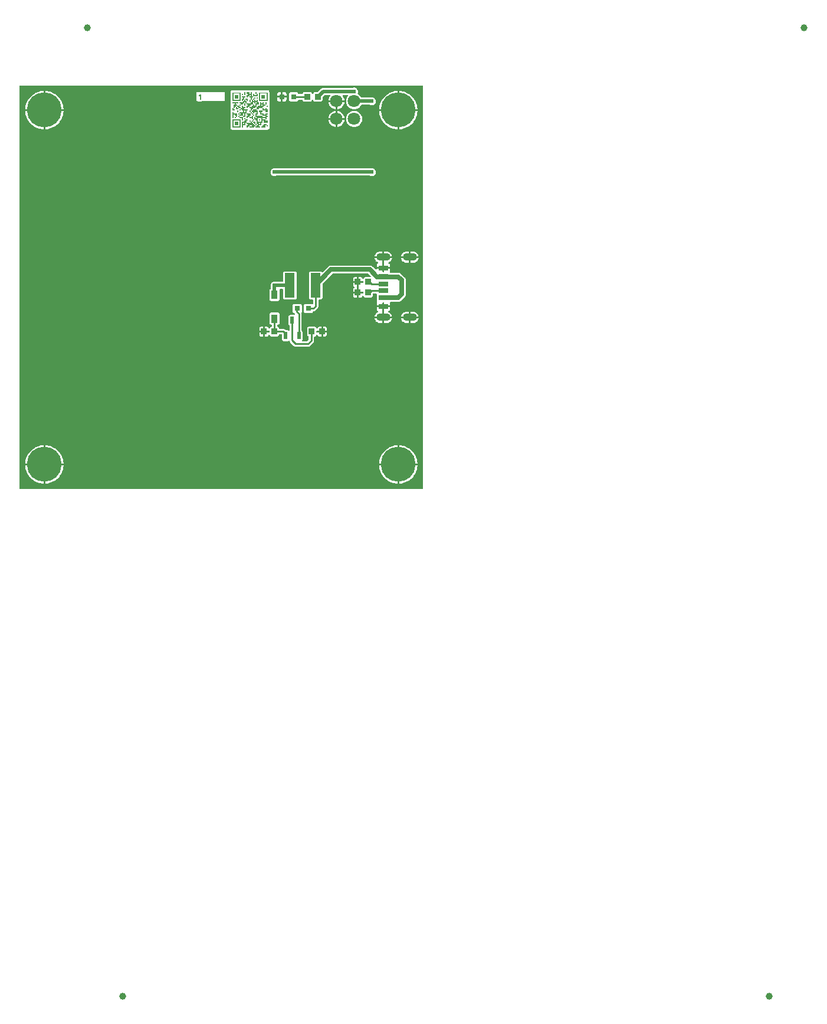
<source format=gtl>
G04 Layer: TopLayer*
G04 Panelize: Stamp Hole, Column: 2, Row: 2, Board Size: 58.42mm x 58.42mm, Panelized Board Size: 122.84mm x 122.84mm*
G04 EasyEDA v6.5.34, 2023-08-01 23:33:27*
G04 8882f614003f49ca997d8dc6e28bf5ec,5a6b42c53f6a479593ecc07194224c93,10*
G04 Gerber Generator version 0.2*
G04 Scale: 100 percent, Rotated: No, Reflected: No *
G04 Dimensions in millimeters *
G04 leading zeros omitted , absolute positions ,4 integer and 5 decimal *
%FSLAX45Y45*%
%MOMM*%

%AMMACRO1*21,1,$1,$2,0,0,$3*%
%ADD10C,0.1524*%
%ADD11C,0.2540*%
%ADD12C,0.6350*%
%ADD13C,0.5000*%
%ADD14R,0.9500X1.2000*%
%ADD15MACRO1,0.864X0.8065X90.0000*%
%ADD16R,0.8000X0.8000*%
%ADD17MACRO1,3.4992X1.4067X-90.0000*%
%ADD18R,0.5320X1.0375*%
%ADD19R,1.4000X0.8000*%
%ADD20C,1.0000*%
%ADD21O,1.9999959999999999X1.0999978000000001*%
%ADD22C,5.0000*%
%ADD23C,1.8000*%
%ADD24C,0.6096*%
%ADD25C,0.0183*%

%LPD*%
G36*
X5805932Y25908D02*
G01*
X36068Y26416D01*
X32156Y27178D01*
X28905Y29362D01*
X26670Y32664D01*
X25908Y36576D01*
X25908Y5805932D01*
X26670Y5809843D01*
X28905Y5813094D01*
X32156Y5815330D01*
X36068Y5816092D01*
X2555240Y5816092D01*
X2559151Y5815330D01*
X2562402Y5813094D01*
X2564638Y5809843D01*
X2565400Y5805932D01*
X2566162Y5809843D01*
X2568397Y5813094D01*
X2571648Y5815330D01*
X2575560Y5816092D01*
X3050540Y5816092D01*
X3054451Y5815330D01*
X3057702Y5813094D01*
X3059938Y5809843D01*
X3060700Y5805932D01*
X3061462Y5809843D01*
X3063697Y5813094D01*
X3066948Y5815330D01*
X3070860Y5816092D01*
X5805932Y5816092D01*
X5809843Y5815330D01*
X5813094Y5813094D01*
X5815330Y5809843D01*
X5816092Y5805932D01*
X5816092Y36068D01*
X5815330Y32207D01*
X5813094Y28905D01*
X5809843Y26670D01*
G37*

%LPC*%
G36*
X3801110Y5664200D02*
G01*
X3854297Y5664200D01*
X3854297Y5690920D01*
X3853586Y5697270D01*
X3851706Y5702706D01*
X3848608Y5707634D01*
X3844544Y5711698D01*
X3839616Y5714796D01*
X3834180Y5716676D01*
X3827830Y5717387D01*
X3801110Y5717387D01*
G37*
G36*
X5448300Y105613D02*
G01*
X5448300Y368300D01*
X5185410Y368300D01*
X5187289Y346405D01*
X5191150Y323646D01*
X5196890Y301244D01*
X5204460Y279450D01*
X5213858Y258317D01*
X5224983Y238099D01*
X5237784Y218846D01*
X5252161Y200710D01*
X5267960Y183896D01*
X5285130Y168402D01*
X5303520Y154432D01*
X5323027Y142087D01*
X5343499Y131368D01*
X5364835Y122428D01*
X5386781Y115265D01*
X5409285Y109982D01*
X5432145Y106629D01*
G37*
G36*
X368300Y105613D02*
G01*
X368300Y368300D01*
X105410Y368300D01*
X107289Y346405D01*
X111150Y323646D01*
X116890Y301244D01*
X124460Y279450D01*
X133858Y258317D01*
X144983Y238099D01*
X157784Y218846D01*
X172161Y200710D01*
X187960Y183896D01*
X205130Y168402D01*
X223520Y154432D01*
X243027Y142087D01*
X263499Y131368D01*
X284835Y122428D01*
X306781Y115265D01*
X329285Y109982D01*
X352145Y106629D01*
G37*
G36*
X393700Y393700D02*
G01*
X656336Y393700D01*
X655929Y404063D01*
X653034Y427024D01*
X648208Y449630D01*
X641553Y471728D01*
X633018Y493217D01*
X622757Y513892D01*
X610819Y533704D01*
X597204Y552348D01*
X582117Y569874D01*
X565607Y586028D01*
X547827Y600760D01*
X528828Y613968D01*
X508812Y625500D01*
X487934Y635355D01*
X466242Y643382D01*
X443992Y649630D01*
X421284Y653948D01*
X398322Y656336D01*
X393700Y656437D01*
G37*
G36*
X5473700Y393700D02*
G01*
X5736336Y393700D01*
X5735929Y404063D01*
X5733034Y427024D01*
X5728208Y449630D01*
X5721553Y471728D01*
X5713018Y493217D01*
X5702757Y513892D01*
X5690819Y533704D01*
X5677204Y552348D01*
X5662117Y569874D01*
X5645607Y586028D01*
X5627827Y600760D01*
X5608828Y613968D01*
X5588812Y625500D01*
X5567934Y635355D01*
X5546242Y643382D01*
X5523992Y649630D01*
X5501284Y653948D01*
X5478322Y656336D01*
X5473700Y656437D01*
G37*
G36*
X5185410Y393700D02*
G01*
X5448300Y393700D01*
X5448300Y656386D01*
X5432145Y655370D01*
X5409285Y652018D01*
X5386781Y646734D01*
X5364835Y639572D01*
X5343499Y630631D01*
X5323027Y619912D01*
X5303520Y607568D01*
X5285130Y593598D01*
X5267960Y578104D01*
X5252161Y561289D01*
X5237784Y543153D01*
X5224983Y523900D01*
X5213858Y503682D01*
X5204460Y482549D01*
X5196890Y460756D01*
X5191150Y438353D01*
X5187289Y415594D01*
G37*
G36*
X105410Y393700D02*
G01*
X368300Y393700D01*
X368300Y656386D01*
X352145Y655370D01*
X329285Y652018D01*
X306781Y646734D01*
X284835Y639572D01*
X263499Y630631D01*
X243027Y619912D01*
X223520Y607568D01*
X205130Y593598D01*
X187960Y578104D01*
X172161Y561289D01*
X157784Y543153D01*
X144983Y523900D01*
X133858Y503682D01*
X124460Y482549D01*
X116890Y460756D01*
X111150Y438353D01*
X107289Y415594D01*
G37*
G36*
X3988257Y2069592D02*
G01*
X4165092Y2069592D01*
X4173118Y2070354D01*
X4180332Y2072589D01*
X4186986Y2076145D01*
X4193235Y2081225D01*
X4239564Y2127554D01*
X4244644Y2133803D01*
X4248200Y2140458D01*
X4250436Y2147671D01*
X4251198Y2155698D01*
X4251198Y2207158D01*
X4251858Y2210765D01*
X4253788Y2213914D01*
X4256684Y2216150D01*
X4260240Y2217267D01*
X4263339Y2217572D01*
X4268825Y2219502D01*
X4273702Y2222601D01*
X4277817Y2226665D01*
X4280865Y2231593D01*
X4282998Y2237638D01*
X4285132Y2241194D01*
X4288536Y2243632D01*
X4292600Y2244445D01*
X4296664Y2243632D01*
X4300016Y2241194D01*
X4302201Y2237638D01*
X4304284Y2231593D01*
X4307382Y2226665D01*
X4311497Y2222601D01*
X4316374Y2219502D01*
X4321860Y2217572D01*
X4328160Y2216861D01*
X4355236Y2216861D01*
X4355236Y2273300D01*
X4293666Y2273300D01*
X4289755Y2274062D01*
X4286453Y2276246D01*
X4284268Y2279548D01*
X4283506Y2283460D01*
X4283506Y2288540D01*
X4284268Y2292400D01*
X4286453Y2295702D01*
X4289755Y2297938D01*
X4293666Y2298700D01*
X4355236Y2298700D01*
X4355236Y2355088D01*
X4328160Y2355088D01*
X4321860Y2354376D01*
X4316374Y2352497D01*
X4311497Y2349398D01*
X4307382Y2345283D01*
X4304284Y2340406D01*
X4302201Y2334310D01*
X4300016Y2330754D01*
X4296664Y2328367D01*
X4292600Y2327503D01*
X4288536Y2328367D01*
X4285132Y2330754D01*
X4282998Y2334310D01*
X4280865Y2340406D01*
X4277817Y2345283D01*
X4273702Y2349398D01*
X4268825Y2352497D01*
X4263339Y2354376D01*
X4257040Y2355088D01*
X4177537Y2355088D01*
X4171187Y2354376D01*
X4165752Y2352497D01*
X4160824Y2349398D01*
X4156760Y2345283D01*
X4153662Y2340406D01*
X4151731Y2334920D01*
X4151020Y2328621D01*
X4151020Y2243378D01*
X4151731Y2237028D01*
X4153662Y2231593D01*
X4156760Y2226665D01*
X4160824Y2222601D01*
X4165752Y2219502D01*
X4167174Y2218994D01*
X4170730Y2216861D01*
X4173169Y2213457D01*
X4173982Y2209393D01*
X4173982Y2175408D01*
X4173220Y2171496D01*
X4171035Y2168245D01*
X4152544Y2149754D01*
X4149293Y2147570D01*
X4145381Y2146808D01*
X4089704Y2146808D01*
X4085488Y2147722D01*
X4082084Y2150262D01*
X4080001Y2154021D01*
X4079646Y2158339D01*
X4081119Y2162352D01*
X4081881Y2163572D01*
X4083761Y2169058D01*
X4084472Y2175357D01*
X4084472Y2277973D01*
X4083761Y2284272D01*
X4081881Y2289759D01*
X4078833Y2294585D01*
X4073651Y2299665D01*
X4071365Y2303018D01*
X4070604Y2306929D01*
X4070604Y2539492D01*
X4069791Y2547518D01*
X4068572Y2551480D01*
X4068267Y2555798D01*
X4069740Y2559862D01*
X4072737Y2564638D01*
X4074617Y2570073D01*
X4075328Y2576423D01*
X4075328Y2655265D01*
X4074617Y2661615D01*
X4072737Y2667050D01*
X4069638Y2671978D01*
X4065574Y2676042D01*
X4060647Y2679141D01*
X4055211Y2681020D01*
X4048861Y2681732D01*
X3970020Y2681732D01*
X3963670Y2681020D01*
X3958234Y2679141D01*
X3953306Y2676042D01*
X3949242Y2671978D01*
X3946144Y2667050D01*
X3944264Y2661615D01*
X3943553Y2655265D01*
X3943553Y2576423D01*
X3944264Y2570073D01*
X3946144Y2564638D01*
X3949242Y2559710D01*
X3953306Y2555646D01*
X3958234Y2552547D01*
X3963670Y2550668D01*
X3968750Y2549347D01*
X3971798Y2546858D01*
X3976827Y2540711D01*
X3978706Y2537155D01*
X3979062Y2533192D01*
X3977894Y2529382D01*
X3975354Y2526334D01*
X3971798Y2524506D01*
X3967835Y2524150D01*
X3963009Y2524709D01*
X3910939Y2524709D01*
X3904640Y2523998D01*
X3899154Y2522067D01*
X3894277Y2518968D01*
X3890162Y2514904D01*
X3887114Y2509977D01*
X3885184Y2504541D01*
X3884472Y2498242D01*
X3884472Y2395626D01*
X3885184Y2389276D01*
X3887114Y2383840D01*
X3890162Y2378964D01*
X3895344Y2373884D01*
X3897579Y2370582D01*
X3898392Y2366619D01*
X3898392Y2308504D01*
X3897477Y2304338D01*
X3894886Y2300884D01*
X3891127Y2298801D01*
X3886860Y2298446D01*
X3882796Y2299919D01*
X3879799Y2301849D01*
X3874312Y2303729D01*
X3868013Y2304440D01*
X3850335Y2304440D01*
X3846423Y2305202D01*
X3843172Y2307437D01*
X3837635Y2312924D01*
X3831386Y2318054D01*
X3824732Y2321610D01*
X3817518Y2323795D01*
X3809492Y2324608D01*
X3757879Y2324608D01*
X3754272Y2325268D01*
X3751122Y2327198D01*
X3748836Y2330094D01*
X3747617Y2334920D01*
X3745737Y2340406D01*
X3742639Y2345283D01*
X3738575Y2349398D01*
X3733647Y2352497D01*
X3728415Y2354326D01*
X3724859Y2356459D01*
X3722471Y2359812D01*
X3721608Y2363876D01*
X3721608Y2375560D01*
X3722268Y2379218D01*
X3724198Y2382367D01*
X3727094Y2384602D01*
X3730650Y2385669D01*
X3737152Y2386380D01*
X3742588Y2388311D01*
X3747465Y2391410D01*
X3751579Y2395474D01*
X3754678Y2400401D01*
X3756558Y2405837D01*
X3757269Y2412187D01*
X3757269Y2531008D01*
X3756558Y2537358D01*
X3754678Y2542794D01*
X3751579Y2547721D01*
X3747465Y2551785D01*
X3742588Y2554884D01*
X3737152Y2556814D01*
X3730802Y2557526D01*
X3636924Y2557526D01*
X3630625Y2556814D01*
X3625138Y2554884D01*
X3620262Y2551785D01*
X3616147Y2547721D01*
X3613099Y2542794D01*
X3611168Y2537358D01*
X3610457Y2531008D01*
X3610457Y2412187D01*
X3611168Y2405837D01*
X3613099Y2400401D01*
X3616147Y2395474D01*
X3620262Y2391410D01*
X3625138Y2388311D01*
X3630625Y2386380D01*
X3635349Y2385872D01*
X3638905Y2384806D01*
X3641801Y2382520D01*
X3643731Y2379370D01*
X3644392Y2375763D01*
X3644392Y2364384D01*
X3643528Y2360320D01*
X3641090Y2356916D01*
X3637483Y2354783D01*
X3630523Y2352446D01*
X3625697Y2349398D01*
X3621582Y2345283D01*
X3618484Y2340406D01*
X3616401Y2334310D01*
X3614216Y2330754D01*
X3610864Y2328367D01*
X3606800Y2327503D01*
X3602736Y2328367D01*
X3599332Y2330754D01*
X3597198Y2334310D01*
X3595065Y2340406D01*
X3592017Y2345283D01*
X3587902Y2349398D01*
X3583025Y2352497D01*
X3577539Y2354376D01*
X3571240Y2355088D01*
X3544163Y2355088D01*
X3544163Y2298700D01*
X3605733Y2298700D01*
X3609594Y2297938D01*
X3612896Y2295702D01*
X3615131Y2292400D01*
X3615893Y2288540D01*
X3615893Y2283460D01*
X3615131Y2279548D01*
X3612896Y2276246D01*
X3609594Y2274062D01*
X3605733Y2273300D01*
X3544163Y2273300D01*
X3544163Y2216861D01*
X3571240Y2216861D01*
X3577539Y2217572D01*
X3583025Y2219502D01*
X3587902Y2222601D01*
X3592017Y2226665D01*
X3595065Y2231593D01*
X3597198Y2237638D01*
X3599332Y2241194D01*
X3602736Y2243632D01*
X3606800Y2244445D01*
X3610864Y2243632D01*
X3614216Y2241194D01*
X3616401Y2237638D01*
X3618484Y2231593D01*
X3621582Y2226665D01*
X3625697Y2222601D01*
X3630574Y2219502D01*
X3636060Y2217572D01*
X3642360Y2216861D01*
X3721862Y2216861D01*
X3728212Y2217572D01*
X3733647Y2219502D01*
X3738575Y2222601D01*
X3742639Y2226665D01*
X3745737Y2231593D01*
X3747617Y2237028D01*
X3748836Y2241905D01*
X3751122Y2244801D01*
X3754272Y2246731D01*
X3757879Y2247392D01*
X3779316Y2247392D01*
X3783228Y2246630D01*
X3786479Y2244394D01*
X3788714Y2241092D01*
X3789476Y2237232D01*
X3789476Y2175357D01*
X3790187Y2169058D01*
X3792118Y2163572D01*
X3795166Y2158695D01*
X3799281Y2154580D01*
X3804158Y2151481D01*
X3809644Y2149602D01*
X3815943Y2148890D01*
X3868013Y2148890D01*
X3874312Y2149602D01*
X3879799Y2151481D01*
X3884777Y2154631D01*
X3888232Y2156002D01*
X3891940Y2156053D01*
X3895445Y2154732D01*
X3898239Y2152294D01*
X3899915Y2148992D01*
X3901389Y2144217D01*
X3904945Y2137562D01*
X3910025Y2131314D01*
X3960114Y2081225D01*
X3966362Y2076145D01*
X3973017Y2072589D01*
X3980281Y2070354D01*
G37*
G36*
X3491737Y2216861D02*
G01*
X3518763Y2216861D01*
X3518763Y2273300D01*
X3465220Y2273300D01*
X3465220Y2243378D01*
X3465931Y2237028D01*
X3467862Y2231593D01*
X3470960Y2226665D01*
X3475024Y2222601D01*
X3479952Y2219502D01*
X3485387Y2217572D01*
G37*
G36*
X4380636Y2216861D02*
G01*
X4407662Y2216861D01*
X4414012Y2217572D01*
X4419447Y2219502D01*
X4424375Y2222601D01*
X4428439Y2226665D01*
X4431538Y2231593D01*
X4433417Y2237028D01*
X4434128Y2243378D01*
X4434128Y2273300D01*
X4380636Y2273300D01*
G37*
G36*
X3465220Y2298700D02*
G01*
X3518763Y2298700D01*
X3518763Y2355088D01*
X3491737Y2355088D01*
X3485387Y2354376D01*
X3479952Y2352497D01*
X3475024Y2349398D01*
X3470960Y2345283D01*
X3467862Y2340406D01*
X3465931Y2334920D01*
X3465220Y2328621D01*
G37*
G36*
X4380636Y2298700D02*
G01*
X4434128Y2298700D01*
X4434128Y2328621D01*
X4433417Y2334920D01*
X4431538Y2340406D01*
X4428439Y2345283D01*
X4424375Y2349398D01*
X4419447Y2352497D01*
X4414012Y2354376D01*
X4407662Y2355088D01*
X4380636Y2355088D01*
G37*
G36*
X5201056Y2408072D02*
G01*
X5232958Y2408072D01*
X5232958Y2476296D01*
X5120894Y2476296D01*
X5123078Y2466187D01*
X5127091Y2455418D01*
X5132628Y2445258D01*
X5139537Y2436012D01*
X5147716Y2427884D01*
X5156962Y2420975D01*
X5167071Y2415438D01*
X5177891Y2411374D01*
X5189169Y2408936D01*
G37*
G36*
X5581040Y2408072D02*
G01*
X5612993Y2408072D01*
X5612993Y2476296D01*
X5500878Y2476296D01*
X5503062Y2466187D01*
X5507075Y2455418D01*
X5512612Y2445258D01*
X5519572Y2436012D01*
X5527700Y2427884D01*
X5536946Y2420975D01*
X5547055Y2415438D01*
X5557875Y2411374D01*
X5569153Y2408936D01*
G37*
G36*
X5258358Y2408072D02*
G01*
X5290312Y2408072D01*
X5302199Y2408936D01*
X5313476Y2411374D01*
X5324297Y2415438D01*
X5334406Y2420975D01*
X5343652Y2427884D01*
X5351780Y2436012D01*
X5358739Y2445258D01*
X5364226Y2455418D01*
X5368290Y2466187D01*
X5370474Y2476296D01*
X5258358Y2476296D01*
G37*
G36*
X5638393Y2408072D02*
G01*
X5670296Y2408072D01*
X5682183Y2408936D01*
X5693460Y2411374D01*
X5704281Y2415438D01*
X5714390Y2420975D01*
X5723636Y2427884D01*
X5731814Y2436012D01*
X5738723Y2445258D01*
X5744260Y2455418D01*
X5748274Y2466187D01*
X5750458Y2476296D01*
X5638393Y2476296D01*
G37*
G36*
X5500878Y2501696D02*
G01*
X5612993Y2501696D01*
X5612993Y2569921D01*
X5581040Y2569921D01*
X5569153Y2569057D01*
X5557875Y2566619D01*
X5547055Y2562555D01*
X5536946Y2557018D01*
X5527700Y2550109D01*
X5519572Y2541981D01*
X5512612Y2532735D01*
X5507075Y2522575D01*
X5503062Y2511806D01*
G37*
G36*
X5638393Y2501696D02*
G01*
X5750458Y2501696D01*
X5748274Y2511806D01*
X5744260Y2522575D01*
X5738723Y2532735D01*
X5731814Y2541981D01*
X5723636Y2550109D01*
X5714390Y2557018D01*
X5704281Y2562555D01*
X5693460Y2566619D01*
X5682183Y2569057D01*
X5670296Y2569921D01*
X5638393Y2569921D01*
G37*
G36*
X5120894Y2501696D02*
G01*
X5232958Y2501696D01*
X5232958Y2633268D01*
X5149748Y2633268D01*
X5149748Y2606548D01*
X5150459Y2600248D01*
X5152390Y2594762D01*
X5155488Y2589885D01*
X5159552Y2585770D01*
X5164480Y2582722D01*
X5167122Y2581757D01*
X5170678Y2579674D01*
X5173065Y2576322D01*
X5173929Y2572308D01*
X5173116Y2568244D01*
X5170830Y2564841D01*
X5167071Y2562555D01*
X5156962Y2557018D01*
X5147716Y2550109D01*
X5139537Y2541981D01*
X5132628Y2532735D01*
X5127091Y2522575D01*
X5123078Y2511806D01*
G37*
G36*
X5258358Y2501696D02*
G01*
X5370474Y2501696D01*
X5368290Y2511806D01*
X5364226Y2522575D01*
X5358739Y2532735D01*
X5351780Y2541981D01*
X5343652Y2550109D01*
X5334406Y2557018D01*
X5324043Y2562656D01*
X5320538Y2564841D01*
X5318201Y2568244D01*
X5317439Y2572308D01*
X5318302Y2576322D01*
X5320690Y2579674D01*
X5324246Y2581757D01*
X5326888Y2582722D01*
X5331764Y2585770D01*
X5335879Y2589885D01*
X5338978Y2594762D01*
X5340858Y2600248D01*
X5341569Y2606548D01*
X5341569Y2633268D01*
X5258358Y2633268D01*
G37*
G36*
X4129887Y2550617D02*
G01*
X4208780Y2550617D01*
X4215079Y2551328D01*
X4220565Y2553258D01*
X4225442Y2556357D01*
X4229557Y2560421D01*
X4232605Y2565349D01*
X4234586Y2571038D01*
X4236516Y2574340D01*
X4239514Y2576677D01*
X4243222Y2577795D01*
X4249318Y2578354D01*
X4256532Y2580589D01*
X4263186Y2584145D01*
X4269435Y2589225D01*
X4301642Y2621483D01*
X4306773Y2627680D01*
X4310329Y2634335D01*
X4312513Y2641600D01*
X4313326Y2649626D01*
X4313326Y2735376D01*
X4314088Y2739237D01*
X4316272Y2742539D01*
X4319574Y2744724D01*
X4323486Y2745536D01*
X4344466Y2745536D01*
X4350816Y2746248D01*
X4356252Y2748127D01*
X4361180Y2751226D01*
X4365244Y2755341D01*
X4368342Y2760218D01*
X4370273Y2765653D01*
X4370984Y2772003D01*
X4370984Y2964434D01*
X4371746Y2968294D01*
X4373930Y2971596D01*
X4516729Y3114344D01*
X4519980Y3116580D01*
X4523892Y3117342D01*
X5026507Y3117342D01*
X5030419Y3116580D01*
X5033670Y3114344D01*
X5064404Y3083661D01*
X5066639Y3080359D01*
X5067401Y3076448D01*
X5066639Y3072587D01*
X5064404Y3069285D01*
X5061102Y3067100D01*
X5057241Y3066288D01*
X4988560Y3066288D01*
X4982260Y3065576D01*
X4976774Y3063697D01*
X4971897Y3060598D01*
X4967782Y3056483D01*
X4964684Y3051606D01*
X4962601Y3045510D01*
X4960416Y3041954D01*
X4957064Y3039567D01*
X4953000Y3038754D01*
X4948936Y3039567D01*
X4945532Y3041954D01*
X4943398Y3045510D01*
X4941265Y3051606D01*
X4938217Y3056483D01*
X4934102Y3060598D01*
X4929225Y3063697D01*
X4923739Y3065576D01*
X4917440Y3066288D01*
X4890363Y3066288D01*
X4890363Y3009900D01*
X4951933Y3009900D01*
X4955794Y3009138D01*
X4959096Y3006902D01*
X4961331Y3003600D01*
X4962093Y2999740D01*
X4962093Y2994660D01*
X4961331Y2990748D01*
X4959096Y2987446D01*
X4955794Y2985262D01*
X4951933Y2984500D01*
X4890363Y2984500D01*
X4890363Y2857500D01*
X4951933Y2857500D01*
X4955794Y2856738D01*
X4959096Y2854502D01*
X4961331Y2851200D01*
X4962093Y2847340D01*
X4962093Y2842260D01*
X4961331Y2838348D01*
X4959096Y2835046D01*
X4955794Y2832862D01*
X4951933Y2832100D01*
X4890363Y2832100D01*
X4890363Y2775661D01*
X4917440Y2775661D01*
X4923739Y2776423D01*
X4929225Y2778302D01*
X4934102Y2781401D01*
X4938217Y2785465D01*
X4941265Y2790393D01*
X4943398Y2796438D01*
X4945532Y2799994D01*
X4948936Y2802432D01*
X4953000Y2803245D01*
X4957064Y2802432D01*
X4960416Y2799994D01*
X4962601Y2796438D01*
X4964684Y2790393D01*
X4967782Y2785465D01*
X4971897Y2781401D01*
X4976774Y2778302D01*
X4982260Y2776423D01*
X4988560Y2775661D01*
X5068062Y2775661D01*
X5074412Y2776423D01*
X5079847Y2778302D01*
X5084775Y2781401D01*
X5088839Y2785465D01*
X5091938Y2790393D01*
X5093817Y2795828D01*
X5094528Y2802178D01*
X5094528Y2822194D01*
X5095341Y2826105D01*
X5097526Y2829407D01*
X5100828Y2831592D01*
X5104688Y2832354D01*
X5141010Y2832354D01*
X5145074Y2831541D01*
X5148427Y2829102D01*
X5150612Y2825546D01*
X5151729Y2820568D01*
X5151170Y2817215D01*
X5150307Y2814777D01*
X5149596Y2808427D01*
X5149596Y2729585D01*
X5150307Y2723235D01*
X5152186Y2717800D01*
X5155387Y2712770D01*
X5156758Y2709265D01*
X5156758Y2705455D01*
X5155387Y2701950D01*
X5152390Y2697226D01*
X5150459Y2691739D01*
X5149748Y2685440D01*
X5149748Y2658668D01*
X5232958Y2658668D01*
X5232958Y2692908D01*
X5233771Y2696819D01*
X5235956Y2700121D01*
X5239258Y2702306D01*
X5243118Y2703068D01*
X5248198Y2703068D01*
X5252110Y2702306D01*
X5255412Y2700121D01*
X5257596Y2696819D01*
X5258358Y2692908D01*
X5258358Y2658668D01*
X5341569Y2658668D01*
X5341569Y2685440D01*
X5340858Y2691739D01*
X5338724Y2697937D01*
X5338165Y2701747D01*
X5339029Y2705506D01*
X5341264Y2708656D01*
X5344515Y2710738D01*
X5348274Y2711450D01*
X5460187Y2711450D01*
X5467197Y2711856D01*
X5469839Y2712212D01*
X5476544Y2713736D01*
X5479084Y2714548D01*
X5485434Y2717139D01*
X5487771Y2718308D01*
X5493664Y2721965D01*
X5495798Y2723540D01*
X5501081Y2728112D01*
X5551881Y2777947D01*
X5558383Y2785465D01*
X5563311Y2793593D01*
X5566867Y2802382D01*
X5568899Y2811780D01*
X5569458Y2819755D01*
X5569458Y3022193D01*
X5568645Y3032099D01*
X5566308Y3041294D01*
X5562498Y3050032D01*
X5557215Y3058058D01*
X5552338Y3063595D01*
X5502554Y3113379D01*
X5494985Y3119780D01*
X5486806Y3124657D01*
X5477967Y3128111D01*
X5468518Y3130092D01*
X5461203Y3130550D01*
X5348274Y3130550D01*
X5344515Y3131261D01*
X5341264Y3133344D01*
X5339029Y3136493D01*
X5338165Y3140252D01*
X5338724Y3144062D01*
X5340858Y3150260D01*
X5341569Y3156559D01*
X5341569Y3183280D01*
X5258358Y3183280D01*
X5258358Y3149041D01*
X5257596Y3145180D01*
X5255412Y3141878D01*
X5252110Y3139694D01*
X5248198Y3138881D01*
X5243118Y3138881D01*
X5239258Y3139694D01*
X5235956Y3141878D01*
X5233771Y3145180D01*
X5232958Y3149041D01*
X5232958Y3183280D01*
X5149443Y3183280D01*
X5147513Y3179521D01*
X5144211Y3176879D01*
X5140147Y3175762D01*
X5135981Y3176422D01*
X5132425Y3178708D01*
X5095646Y3215487D01*
X5088077Y3221888D01*
X5079898Y3226765D01*
X5071059Y3230219D01*
X5061610Y3232200D01*
X5054295Y3232658D01*
X4496206Y3232658D01*
X4486300Y3231845D01*
X4477105Y3229508D01*
X4468368Y3225698D01*
X4460341Y3220415D01*
X4454804Y3215538D01*
X4378198Y3138932D01*
X4374896Y3136696D01*
X4370984Y3135934D01*
X4367123Y3136696D01*
X4363821Y3138932D01*
X4361180Y3141573D01*
X4356252Y3144621D01*
X4350816Y3146552D01*
X4344466Y3147263D01*
X4204970Y3147263D01*
X4198620Y3146552D01*
X4193184Y3144621D01*
X4188256Y3141573D01*
X4184192Y3137458D01*
X4181094Y3132582D01*
X4179214Y3127095D01*
X4178503Y3120796D01*
X4178503Y2772003D01*
X4179214Y2765653D01*
X4181094Y2760218D01*
X4184192Y2755341D01*
X4188256Y2751226D01*
X4193184Y2748127D01*
X4198620Y2746248D01*
X4204970Y2745536D01*
X4225950Y2745536D01*
X4229811Y2744724D01*
X4233113Y2742539D01*
X4235348Y2739237D01*
X4236110Y2735376D01*
X4236110Y2688437D01*
X4235196Y2684221D01*
X4232656Y2680766D01*
X4228896Y2678684D01*
X4224578Y2678379D01*
X4215079Y2681732D01*
X4208780Y2682443D01*
X4129887Y2682443D01*
X4123588Y2681732D01*
X4118101Y2679852D01*
X4113225Y2676753D01*
X4109110Y2672638D01*
X4106062Y2667762D01*
X4104132Y2662275D01*
X4103420Y2655976D01*
X4103420Y2577134D01*
X4104132Y2570784D01*
X4106062Y2565349D01*
X4109110Y2560421D01*
X4113225Y2556357D01*
X4118101Y2553258D01*
X4123588Y2551328D01*
G37*
G36*
X3636924Y2725674D02*
G01*
X3730802Y2725674D01*
X3737152Y2726385D01*
X3742588Y2728315D01*
X3747465Y2731414D01*
X3751579Y2735478D01*
X3754678Y2740406D01*
X3756558Y2745841D01*
X3757269Y2752191D01*
X3757269Y2871012D01*
X3756558Y2877362D01*
X3754932Y2881985D01*
X3754374Y2885795D01*
X3755288Y2889504D01*
X3757523Y2892653D01*
X3760774Y2894736D01*
X3764534Y2895498D01*
X3797655Y2895498D01*
X3801567Y2894736D01*
X3804818Y2892501D01*
X3807053Y2889199D01*
X3807815Y2885338D01*
X3807815Y2772003D01*
X3808526Y2765653D01*
X3810457Y2760218D01*
X3813505Y2755341D01*
X3817620Y2751226D01*
X3822496Y2748127D01*
X3827983Y2746248D01*
X3834282Y2745536D01*
X3973829Y2745536D01*
X3980129Y2746248D01*
X3985615Y2748127D01*
X3990492Y2751226D01*
X3994607Y2755341D01*
X3997655Y2760218D01*
X3999585Y2765653D01*
X4000296Y2772003D01*
X4000296Y3120796D01*
X3999585Y3127095D01*
X3997655Y3132582D01*
X3994607Y3137458D01*
X3990492Y3141573D01*
X3985615Y3144621D01*
X3980129Y3146552D01*
X3973829Y3147263D01*
X3834282Y3147263D01*
X3827983Y3146552D01*
X3822496Y3144621D01*
X3817620Y3141573D01*
X3813505Y3137458D01*
X3810457Y3132582D01*
X3808526Y3127095D01*
X3807815Y3120796D01*
X3807815Y3007461D01*
X3807053Y3003550D01*
X3804818Y3000298D01*
X3801567Y2998063D01*
X3797655Y2997301D01*
X3708908Y2997301D01*
X3704640Y2998266D01*
X3702253Y2999333D01*
X3692804Y3001873D01*
X3683000Y3002737D01*
X3673195Y3001873D01*
X3663746Y2999333D01*
X3654806Y2995218D01*
X3646779Y2989580D01*
X3639820Y2982620D01*
X3634181Y2974594D01*
X3630066Y2965653D01*
X3627526Y2956204D01*
X3626662Y2946400D01*
X3627526Y2936595D01*
X3630066Y2927146D01*
X3631133Y2924810D01*
X3632098Y2920492D01*
X3632098Y2904490D01*
X3631234Y2900426D01*
X3628847Y2897073D01*
X3620262Y2891790D01*
X3616147Y2887726D01*
X3613099Y2882798D01*
X3611168Y2877362D01*
X3610457Y2871012D01*
X3610457Y2752191D01*
X3611168Y2745841D01*
X3613099Y2740406D01*
X3616147Y2735478D01*
X3620262Y2731414D01*
X3625138Y2728315D01*
X3630625Y2726385D01*
G37*
G36*
X4837938Y2775661D02*
G01*
X4864963Y2775661D01*
X4864963Y2832100D01*
X4811420Y2832100D01*
X4811420Y2802178D01*
X4812131Y2795828D01*
X4814062Y2790393D01*
X4817160Y2785465D01*
X4821224Y2781401D01*
X4826152Y2778302D01*
X4831588Y2776423D01*
G37*
G36*
X4811420Y2857500D02*
G01*
X4864963Y2857500D01*
X4864963Y2984500D01*
X4811420Y2984500D01*
X4811420Y2954578D01*
X4812131Y2948228D01*
X4814062Y2942793D01*
X4817160Y2937865D01*
X4821224Y2933801D01*
X4830064Y2928467D01*
X4832451Y2925064D01*
X4833315Y2921000D01*
X4832451Y2916936D01*
X4830064Y2913532D01*
X4821224Y2908198D01*
X4817160Y2904083D01*
X4814062Y2899206D01*
X4812131Y2893771D01*
X4811420Y2887421D01*
G37*
G36*
X4811420Y3009900D02*
G01*
X4864963Y3009900D01*
X4864963Y3066288D01*
X4837938Y3066288D01*
X4831588Y3065576D01*
X4826152Y3063697D01*
X4821224Y3060598D01*
X4817160Y3056483D01*
X4814062Y3051606D01*
X4812131Y3046171D01*
X4811420Y3039821D01*
G37*
G36*
X5473700Y105562D02*
G01*
X5478322Y105664D01*
X5501284Y108051D01*
X5523992Y112369D01*
X5546242Y118618D01*
X5567934Y126644D01*
X5588812Y136499D01*
X5608828Y148031D01*
X5627827Y161239D01*
X5645607Y175971D01*
X5662117Y192125D01*
X5677204Y209600D01*
X5690819Y228295D01*
X5702757Y248107D01*
X5713018Y268782D01*
X5721553Y290271D01*
X5728208Y312369D01*
X5733034Y334975D01*
X5735929Y357936D01*
X5736336Y368300D01*
X5473700Y368300D01*
G37*
G36*
X5149748Y3208680D02*
G01*
X5232958Y3208680D01*
X5232958Y3340303D01*
X5120894Y3340303D01*
X5123078Y3330194D01*
X5127091Y3319373D01*
X5132628Y3309264D01*
X5139537Y3300018D01*
X5147716Y3291840D01*
X5156962Y3284931D01*
X5167325Y3279343D01*
X5170779Y3277158D01*
X5173116Y3273755D01*
X5173929Y3269691D01*
X5173065Y3265678D01*
X5170627Y3262325D01*
X5167122Y3260191D01*
X5164480Y3259277D01*
X5159552Y3256229D01*
X5155488Y3252114D01*
X5152390Y3247237D01*
X5150459Y3241751D01*
X5149748Y3235452D01*
G37*
G36*
X5258358Y3208680D02*
G01*
X5341569Y3208680D01*
X5341569Y3235452D01*
X5340858Y3241751D01*
X5338978Y3247237D01*
X5335879Y3252114D01*
X5331764Y3256229D01*
X5326888Y3259277D01*
X5324246Y3260191D01*
X5320690Y3262325D01*
X5318302Y3265678D01*
X5317439Y3269691D01*
X5318201Y3273755D01*
X5320538Y3277158D01*
X5334406Y3284931D01*
X5343652Y3291840D01*
X5351780Y3300018D01*
X5358739Y3309264D01*
X5364226Y3319373D01*
X5368290Y3330194D01*
X5370474Y3340303D01*
X5258358Y3340303D01*
G37*
G36*
X393700Y105562D02*
G01*
X398322Y105664D01*
X421284Y108051D01*
X443992Y112369D01*
X466242Y118618D01*
X487934Y126644D01*
X508812Y136499D01*
X528828Y148031D01*
X547827Y161239D01*
X565607Y175971D01*
X582117Y192125D01*
X597204Y209600D01*
X610819Y228295D01*
X622757Y248107D01*
X633018Y268782D01*
X641553Y290271D01*
X648208Y312369D01*
X653034Y334975D01*
X655929Y357936D01*
X656336Y368300D01*
X393700Y368300D01*
G37*
G36*
X5638393Y3272078D02*
G01*
X5670296Y3272078D01*
X5682183Y3272942D01*
X5693460Y3275380D01*
X5704281Y3279444D01*
X5714390Y3284931D01*
X5723636Y3291890D01*
X5731814Y3300018D01*
X5738723Y3309264D01*
X5744260Y3319373D01*
X5748274Y3330194D01*
X5750458Y3340303D01*
X5638393Y3340303D01*
G37*
G36*
X5638393Y3365703D02*
G01*
X5750458Y3365703D01*
X5748274Y3375761D01*
X5744260Y3386582D01*
X5738723Y3396742D01*
X5731814Y3405936D01*
X5723636Y3414115D01*
X5714390Y3421024D01*
X5704281Y3426561D01*
X5693460Y3430574D01*
X5682183Y3433064D01*
X5670296Y3433876D01*
X5638393Y3433876D01*
G37*
G36*
X5258358Y3365703D02*
G01*
X5370474Y3365703D01*
X5368290Y3375761D01*
X5364226Y3386582D01*
X5358739Y3396691D01*
X5351780Y3405936D01*
X5343652Y3414115D01*
X5334406Y3421024D01*
X5324297Y3426561D01*
X5313476Y3430574D01*
X5302199Y3433064D01*
X5290312Y3433876D01*
X5258358Y3433876D01*
G37*
G36*
X5500878Y3365703D02*
G01*
X5612993Y3365703D01*
X5612993Y3433876D01*
X5581040Y3433876D01*
X5569153Y3433064D01*
X5557875Y3430574D01*
X5547055Y3426561D01*
X5536946Y3421024D01*
X5527700Y3414115D01*
X5519572Y3405936D01*
X5512612Y3396742D01*
X5507075Y3386582D01*
X5503062Y3375761D01*
G37*
G36*
X5120894Y3365703D02*
G01*
X5232958Y3365703D01*
X5232958Y3433876D01*
X5201056Y3433876D01*
X5189169Y3433064D01*
X5177891Y3430574D01*
X5167071Y3426561D01*
X5156962Y3421024D01*
X5147716Y3414115D01*
X5139537Y3405936D01*
X5132628Y3396691D01*
X5127091Y3386582D01*
X5123078Y3375761D01*
G37*
G36*
X5080000Y4515612D02*
G01*
X5089804Y4516475D01*
X5099253Y4519015D01*
X5108194Y4523181D01*
X5116220Y4528820D01*
X5123180Y4535728D01*
X5128818Y4543806D01*
X5132933Y4552696D01*
X5135473Y4562195D01*
X5136337Y4571949D01*
X5135473Y4581753D01*
X5132933Y4591253D01*
X5128818Y4600143D01*
X5123180Y4608220D01*
X5116220Y4615129D01*
X5108194Y4620768D01*
X5099253Y4624933D01*
X5089804Y4627473D01*
X5080000Y4628337D01*
X5070195Y4627473D01*
X5060746Y4624933D01*
X5058410Y4623866D01*
X5054142Y4622901D01*
X3708908Y4622901D01*
X3704640Y4623866D01*
X3702253Y4624933D01*
X3692804Y4627473D01*
X3683000Y4628337D01*
X3673195Y4627473D01*
X3663746Y4624933D01*
X3654806Y4620818D01*
X3646779Y4615180D01*
X3639820Y4608220D01*
X3634181Y4600194D01*
X3630066Y4591253D01*
X3627526Y4581804D01*
X3626662Y4572000D01*
X3627526Y4562195D01*
X3630066Y4552746D01*
X3634181Y4543806D01*
X3639820Y4535779D01*
X3646779Y4528820D01*
X3654806Y4523181D01*
X3663746Y4519066D01*
X3673195Y4516526D01*
X3683000Y4515662D01*
X3692804Y4516526D01*
X3702253Y4519066D01*
X3704590Y4520133D01*
X3708908Y4521098D01*
X5054041Y4521098D01*
X5058359Y4520133D01*
X5060746Y4519015D01*
X5070195Y4516475D01*
G37*
G36*
X3076905Y5181092D02*
G01*
X3583787Y5181092D01*
X3590086Y5181803D01*
X3595573Y5183682D01*
X3600450Y5186781D01*
X3604564Y5190896D01*
X3607612Y5195773D01*
X3609543Y5201208D01*
X3610254Y5207558D01*
X3610254Y5714441D01*
X3609543Y5720740D01*
X3607358Y5726938D01*
X3606800Y5730290D01*
X3606800Y5739384D01*
X3605784Y5740400D01*
X3587648Y5740450D01*
X3583787Y5740908D01*
X3076803Y5740908D01*
X3071774Y5740450D01*
X3067608Y5740908D01*
X3064002Y5743041D01*
X3061563Y5746445D01*
X3060700Y5750560D01*
X3060700Y5739892D01*
X3059938Y5735980D01*
X3057702Y5732678D01*
X3056128Y5731103D01*
X3053080Y5726226D01*
X3051149Y5720740D01*
X3050438Y5714441D01*
X3050438Y5207558D01*
X3051149Y5201208D01*
X3053080Y5195773D01*
X3056128Y5190896D01*
X3060242Y5186781D01*
X3065119Y5183682D01*
X3070606Y5181803D01*
G37*
G36*
X5473700Y5185562D02*
G01*
X5478322Y5185664D01*
X5501284Y5188051D01*
X5523992Y5192369D01*
X5546242Y5198618D01*
X5567934Y5206644D01*
X5588812Y5216499D01*
X5608828Y5228031D01*
X5627827Y5241239D01*
X5645607Y5255971D01*
X5662117Y5272125D01*
X5677204Y5289600D01*
X5690819Y5308295D01*
X5702757Y5328107D01*
X5713018Y5348782D01*
X5721553Y5370271D01*
X5728208Y5392369D01*
X5733034Y5414975D01*
X5735929Y5437936D01*
X5736336Y5448300D01*
X5473700Y5448300D01*
G37*
G36*
X393700Y5185562D02*
G01*
X398322Y5185664D01*
X421284Y5188051D01*
X443992Y5192369D01*
X466242Y5198618D01*
X487934Y5206644D01*
X508812Y5216499D01*
X528828Y5228031D01*
X547827Y5241239D01*
X565607Y5255971D01*
X582117Y5272125D01*
X597204Y5289600D01*
X610819Y5308295D01*
X622757Y5328107D01*
X633018Y5348782D01*
X641553Y5370271D01*
X648208Y5392369D01*
X653034Y5414975D01*
X655929Y5437936D01*
X656336Y5448300D01*
X393700Y5448300D01*
G37*
G36*
X5448300Y5185613D02*
G01*
X5448300Y5448300D01*
X5185410Y5448300D01*
X5187289Y5426405D01*
X5191150Y5403646D01*
X5196890Y5381244D01*
X5204460Y5359450D01*
X5213858Y5338318D01*
X5224983Y5318099D01*
X5237784Y5298846D01*
X5252161Y5280710D01*
X5267960Y5263896D01*
X5285130Y5248402D01*
X5303520Y5234432D01*
X5323027Y5222087D01*
X5343499Y5211368D01*
X5364835Y5202428D01*
X5386781Y5195265D01*
X5409285Y5189982D01*
X5432145Y5186629D01*
G37*
G36*
X368300Y5185613D02*
G01*
X368300Y5448300D01*
X105410Y5448300D01*
X107289Y5426405D01*
X111150Y5403646D01*
X116890Y5381244D01*
X124460Y5359450D01*
X133858Y5338318D01*
X144983Y5318099D01*
X157784Y5298846D01*
X172161Y5280710D01*
X187960Y5263896D01*
X205130Y5248402D01*
X223520Y5234432D01*
X243027Y5222087D01*
X263499Y5211368D01*
X284835Y5202428D01*
X306781Y5195265D01*
X329285Y5189982D01*
X352145Y5186629D01*
G37*
G36*
X4818735Y5218328D02*
G01*
X4833264Y5218328D01*
X4847691Y5220157D01*
X4861814Y5223764D01*
X4875326Y5229148D01*
X4888077Y5236159D01*
X4899863Y5244693D01*
X4910480Y5254650D01*
X4919776Y5265877D01*
X4927549Y5278170D01*
X4933746Y5291328D01*
X4938268Y5305196D01*
X4940960Y5319471D01*
X4941874Y5334000D01*
X4940960Y5348528D01*
X4938268Y5362803D01*
X4933746Y5376672D01*
X4927549Y5389829D01*
X4919776Y5402122D01*
X4910480Y5413349D01*
X4899863Y5423306D01*
X4888077Y5431840D01*
X4875326Y5438851D01*
X4861814Y5444236D01*
X4847691Y5447842D01*
X4833264Y5449671D01*
X4818735Y5449671D01*
X4804308Y5447842D01*
X4790186Y5444236D01*
X4776673Y5438851D01*
X4763922Y5431840D01*
X4752136Y5423306D01*
X4741519Y5413349D01*
X4732223Y5402122D01*
X4724450Y5389829D01*
X4718253Y5376672D01*
X4713732Y5362803D01*
X4711039Y5348528D01*
X4710125Y5334000D01*
X4711039Y5319471D01*
X4713732Y5305196D01*
X4718253Y5291328D01*
X4724450Y5278170D01*
X4732223Y5265877D01*
X4741519Y5254650D01*
X4752136Y5244693D01*
X4763922Y5236159D01*
X4776673Y5229148D01*
X4790186Y5223764D01*
X4804308Y5220157D01*
G37*
G36*
X4559300Y5219039D02*
G01*
X4559300Y5321300D01*
X4456887Y5321300D01*
X4457039Y5319471D01*
X4459732Y5305196D01*
X4464253Y5291328D01*
X4470450Y5278170D01*
X4478223Y5265877D01*
X4487519Y5254650D01*
X4498136Y5244693D01*
X4509922Y5236159D01*
X4522673Y5229148D01*
X4536186Y5223764D01*
X4550308Y5220157D01*
G37*
G36*
X4584700Y5219039D02*
G01*
X4593691Y5220157D01*
X4607814Y5223764D01*
X4621326Y5229148D01*
X4634077Y5236159D01*
X4645863Y5244693D01*
X4656480Y5254650D01*
X4665776Y5265877D01*
X4673549Y5278170D01*
X4679746Y5291328D01*
X4684268Y5305196D01*
X4686960Y5319471D01*
X4687112Y5321300D01*
X4584700Y5321300D01*
G37*
G36*
X4456887Y5346700D02*
G01*
X4559300Y5346700D01*
X4559300Y5448960D01*
X4550308Y5447842D01*
X4536186Y5444236D01*
X4522673Y5438851D01*
X4509922Y5431840D01*
X4498136Y5423306D01*
X4487519Y5413349D01*
X4478223Y5402122D01*
X4470450Y5389829D01*
X4464253Y5376672D01*
X4459732Y5362803D01*
X4457039Y5348528D01*
G37*
G36*
X4584700Y5346700D02*
G01*
X4687112Y5346700D01*
X4686960Y5348528D01*
X4684268Y5362803D01*
X4679746Y5376672D01*
X4673549Y5389829D01*
X4665776Y5402122D01*
X4656480Y5413349D01*
X4645863Y5423306D01*
X4634077Y5431840D01*
X4621326Y5438851D01*
X4607814Y5444236D01*
X4593691Y5447842D01*
X4584700Y5448960D01*
G37*
G36*
X4818735Y5472328D02*
G01*
X4833264Y5472328D01*
X4847691Y5474157D01*
X4861814Y5477764D01*
X4875326Y5483148D01*
X4888077Y5490159D01*
X4899863Y5498693D01*
X4910480Y5508650D01*
X4919776Y5519877D01*
X4927701Y5532374D01*
X4929936Y5534914D01*
X4932934Y5536539D01*
X4936286Y5537098D01*
X5054092Y5537098D01*
X5058410Y5536133D01*
X5060746Y5535066D01*
X5070195Y5532526D01*
X5080000Y5531662D01*
X5089804Y5532526D01*
X5099253Y5535066D01*
X5108194Y5539181D01*
X5116220Y5544820D01*
X5123180Y5551779D01*
X5128818Y5559806D01*
X5132933Y5568746D01*
X5135473Y5578195D01*
X5136337Y5588000D01*
X5135473Y5597804D01*
X5132933Y5607253D01*
X5128818Y5616194D01*
X5123180Y5624220D01*
X5116220Y5631180D01*
X5108194Y5636818D01*
X5099253Y5640933D01*
X5089804Y5643473D01*
X5080000Y5644337D01*
X5070195Y5643473D01*
X5060746Y5640933D01*
X5058410Y5639866D01*
X5054092Y5638901D01*
X4936286Y5638901D01*
X4932934Y5639460D01*
X4929936Y5641086D01*
X4927701Y5643626D01*
X4919776Y5656122D01*
X4910480Y5667349D01*
X4899863Y5677306D01*
X4888077Y5685840D01*
X4880762Y5689854D01*
X4877816Y5692292D01*
X4875987Y5695645D01*
X4875530Y5699404D01*
X4876444Y5703062D01*
X4878933Y5708446D01*
X4881473Y5717895D01*
X4882337Y5727700D01*
X4881473Y5737504D01*
X4878933Y5746953D01*
X4874818Y5755894D01*
X4869180Y5763920D01*
X4862220Y5770880D01*
X4854194Y5776518D01*
X4845253Y5780633D01*
X4835804Y5783173D01*
X4826000Y5784037D01*
X4816195Y5783173D01*
X4806746Y5780633D01*
X4804410Y5779566D01*
X4800092Y5778601D01*
X4385513Y5778601D01*
X4380890Y5778398D01*
X4376470Y5777839D01*
X4372152Y5776874D01*
X4367885Y5775553D01*
X4363821Y5773826D01*
X4359859Y5771794D01*
X4356100Y5769406D01*
X4352594Y5766714D01*
X4349140Y5763564D01*
X4309211Y5723585D01*
X4305909Y5721400D01*
X4301998Y5720588D01*
X4264660Y5720588D01*
X4258360Y5719876D01*
X4252874Y5717997D01*
X4247997Y5714898D01*
X4243882Y5710834D01*
X4240834Y5705906D01*
X4238701Y5699861D01*
X4236567Y5696305D01*
X4233164Y5693867D01*
X4229100Y5693054D01*
X4225036Y5693867D01*
X4221632Y5696305D01*
X4219498Y5699861D01*
X4217365Y5705906D01*
X4214317Y5710834D01*
X4210202Y5714898D01*
X4205325Y5717997D01*
X4199839Y5719876D01*
X4193540Y5720588D01*
X4114037Y5720588D01*
X4107687Y5719876D01*
X4102252Y5717997D01*
X4097324Y5714898D01*
X4093260Y5710834D01*
X4090162Y5705906D01*
X4088231Y5700471D01*
X4087063Y5695594D01*
X4084777Y5692698D01*
X4081627Y5690768D01*
X4078020Y5690108D01*
X4033469Y5690108D01*
X4029456Y5690971D01*
X4026052Y5693359D01*
X4023918Y5696915D01*
X4021886Y5702706D01*
X4018787Y5707634D01*
X4014724Y5711698D01*
X4009796Y5714796D01*
X4004360Y5716676D01*
X3998010Y5717387D01*
X3919169Y5717387D01*
X3912819Y5716676D01*
X3907383Y5714796D01*
X3902456Y5711698D01*
X3898392Y5707634D01*
X3895293Y5702706D01*
X3893413Y5697270D01*
X3892702Y5690920D01*
X3892702Y5612079D01*
X3893413Y5605729D01*
X3895293Y5600293D01*
X3898392Y5595366D01*
X3902456Y5591302D01*
X3907383Y5588203D01*
X3912819Y5586323D01*
X3919169Y5585612D01*
X3998010Y5585612D01*
X4004360Y5586323D01*
X4009796Y5588203D01*
X4014724Y5591302D01*
X4018787Y5595366D01*
X4021886Y5600293D01*
X4023918Y5606084D01*
X4026052Y5609640D01*
X4029456Y5612028D01*
X4033469Y5612892D01*
X4078020Y5612892D01*
X4081627Y5612231D01*
X4084777Y5610301D01*
X4087063Y5607405D01*
X4088231Y5602528D01*
X4090162Y5597093D01*
X4093260Y5592165D01*
X4097324Y5588101D01*
X4102252Y5585002D01*
X4107687Y5583123D01*
X4114037Y5582412D01*
X4193540Y5582412D01*
X4199839Y5583123D01*
X4205325Y5585002D01*
X4210202Y5588101D01*
X4214317Y5592165D01*
X4217365Y5597093D01*
X4219498Y5603138D01*
X4221632Y5606694D01*
X4225036Y5609132D01*
X4229100Y5609945D01*
X4233164Y5609132D01*
X4236567Y5606694D01*
X4238701Y5603138D01*
X4240834Y5597093D01*
X4243882Y5592165D01*
X4247997Y5588101D01*
X4252874Y5585002D01*
X4258360Y5583123D01*
X4264660Y5582412D01*
X4344162Y5582412D01*
X4350512Y5583123D01*
X4355947Y5585002D01*
X4360875Y5588101D01*
X4364939Y5592165D01*
X4368038Y5597093D01*
X4369968Y5602528D01*
X4370679Y5608878D01*
X4370679Y5636869D01*
X4371441Y5640730D01*
X4373626Y5644032D01*
X4403394Y5673801D01*
X4406696Y5676036D01*
X4410608Y5676798D01*
X4473752Y5676798D01*
X4477512Y5676087D01*
X4480712Y5674055D01*
X4482947Y5670956D01*
X4483912Y5667248D01*
X4483404Y5663488D01*
X4481576Y5660136D01*
X4478223Y5656122D01*
X4470450Y5643829D01*
X4464253Y5630672D01*
X4459732Y5616803D01*
X4457039Y5602528D01*
X4456887Y5600700D01*
X4559300Y5600700D01*
X4559300Y5666638D01*
X4560062Y5670499D01*
X4562297Y5673801D01*
X4565548Y5676036D01*
X4569460Y5676798D01*
X4574540Y5676798D01*
X4578451Y5676036D01*
X4581702Y5673801D01*
X4583938Y5670499D01*
X4584700Y5666638D01*
X4584700Y5600700D01*
X4687112Y5600700D01*
X4686960Y5602528D01*
X4684268Y5616803D01*
X4679746Y5630672D01*
X4673549Y5643829D01*
X4665776Y5656122D01*
X4662424Y5660136D01*
X4660595Y5663488D01*
X4660087Y5667248D01*
X4661052Y5670956D01*
X4663287Y5674055D01*
X4666488Y5676087D01*
X4670247Y5676798D01*
X4727752Y5676798D01*
X4731512Y5676087D01*
X4734712Y5674055D01*
X4736947Y5670956D01*
X4737912Y5667248D01*
X4737404Y5663488D01*
X4735576Y5660136D01*
X4732223Y5656122D01*
X4724450Y5643829D01*
X4718253Y5630672D01*
X4713732Y5616803D01*
X4711039Y5602528D01*
X4710125Y5588000D01*
X4711039Y5573471D01*
X4713732Y5559196D01*
X4718253Y5545328D01*
X4724450Y5532170D01*
X4732223Y5519877D01*
X4741519Y5508650D01*
X4752136Y5498693D01*
X4763922Y5490159D01*
X4776673Y5483148D01*
X4790186Y5477764D01*
X4804308Y5474157D01*
G37*
G36*
X4559300Y5473039D02*
G01*
X4559300Y5575300D01*
X4456887Y5575300D01*
X4457039Y5573471D01*
X4459732Y5559196D01*
X4464253Y5545328D01*
X4470450Y5532170D01*
X4478223Y5519877D01*
X4487519Y5508650D01*
X4498136Y5498693D01*
X4509922Y5490159D01*
X4522673Y5483148D01*
X4536186Y5477764D01*
X4550308Y5474157D01*
G37*
G36*
X4584700Y5473039D02*
G01*
X4593691Y5474157D01*
X4607814Y5477764D01*
X4621326Y5483148D01*
X4634077Y5490159D01*
X4645863Y5498693D01*
X4656480Y5508650D01*
X4665776Y5519877D01*
X4673549Y5532170D01*
X4679746Y5545328D01*
X4684268Y5559196D01*
X4686960Y5573471D01*
X4687112Y5575300D01*
X4584700Y5575300D01*
G37*
G36*
X5473700Y5473700D02*
G01*
X5736336Y5473700D01*
X5735929Y5484063D01*
X5733034Y5507024D01*
X5728208Y5529630D01*
X5721553Y5551728D01*
X5713018Y5573217D01*
X5702757Y5593892D01*
X5690819Y5613704D01*
X5677204Y5632348D01*
X5662117Y5649874D01*
X5645607Y5666028D01*
X5627827Y5680760D01*
X5608828Y5693968D01*
X5588812Y5705500D01*
X5567934Y5715355D01*
X5546242Y5723382D01*
X5523992Y5729630D01*
X5501284Y5733948D01*
X5478322Y5736336D01*
X5473700Y5736437D01*
G37*
G36*
X393700Y5473700D02*
G01*
X656336Y5473700D01*
X655929Y5484063D01*
X653034Y5507024D01*
X648208Y5529630D01*
X641553Y5551728D01*
X633018Y5573217D01*
X622757Y5593892D01*
X610819Y5613704D01*
X597204Y5632348D01*
X582117Y5649874D01*
X565607Y5666028D01*
X547827Y5680760D01*
X528828Y5693968D01*
X508812Y5705500D01*
X487934Y5715355D01*
X466242Y5723382D01*
X443992Y5729630D01*
X421284Y5733948D01*
X398322Y5736336D01*
X393700Y5736437D01*
G37*
G36*
X5185410Y5473700D02*
G01*
X5448300Y5473700D01*
X5448300Y5736386D01*
X5432145Y5735370D01*
X5409285Y5732018D01*
X5386781Y5726734D01*
X5364835Y5719572D01*
X5343499Y5710631D01*
X5323027Y5699912D01*
X5303520Y5687568D01*
X5285130Y5673598D01*
X5267960Y5658104D01*
X5252161Y5641289D01*
X5237784Y5623153D01*
X5224983Y5603900D01*
X5213858Y5583682D01*
X5204460Y5562549D01*
X5196890Y5540756D01*
X5191150Y5518353D01*
X5187289Y5495594D01*
G37*
G36*
X105410Y5473700D02*
G01*
X368300Y5473700D01*
X368300Y5736386D01*
X352145Y5735370D01*
X329285Y5732018D01*
X306781Y5726734D01*
X284835Y5719572D01*
X263499Y5710631D01*
X243027Y5699912D01*
X223520Y5687568D01*
X205130Y5673598D01*
X187960Y5658104D01*
X172161Y5641289D01*
X157784Y5623153D01*
X144983Y5603900D01*
X133858Y5583682D01*
X124460Y5562549D01*
X116890Y5540756D01*
X111150Y5518353D01*
X107289Y5495594D01*
G37*
G36*
X2596438Y5583682D02*
G01*
X2626563Y5583682D01*
X2632862Y5584393D01*
X2641142Y5587593D01*
X2643936Y5588000D01*
X2970784Y5588000D01*
X2971800Y5589016D01*
X2971800Y5713984D01*
X2970784Y5715000D01*
X2639822Y5715000D01*
X2636469Y5715558D01*
X2632862Y5716828D01*
X2626563Y5717540D01*
X2596438Y5717540D01*
X2590139Y5716828D01*
X2586532Y5715558D01*
X2583180Y5715000D01*
X2575560Y5715000D01*
X2571648Y5715762D01*
X2568397Y5717997D01*
X2566162Y5721248D01*
X2565400Y5725160D01*
X2565400Y5589016D01*
X2566416Y5588000D01*
X2579065Y5588000D01*
X2581859Y5587593D01*
X2584653Y5586323D01*
X2590139Y5584393D01*
G37*
G36*
X3801110Y5585612D02*
G01*
X3827830Y5585612D01*
X3834180Y5586323D01*
X3839616Y5588203D01*
X3844544Y5591302D01*
X3848608Y5595366D01*
X3851706Y5600293D01*
X3853586Y5605729D01*
X3854297Y5612079D01*
X3854297Y5638800D01*
X3801110Y5638800D01*
G37*
G36*
X3748989Y5585612D02*
G01*
X3775710Y5585612D01*
X3775710Y5638800D01*
X3722522Y5638800D01*
X3722522Y5612079D01*
X3723233Y5605729D01*
X3725113Y5600293D01*
X3728212Y5595366D01*
X3732276Y5591302D01*
X3737203Y5588203D01*
X3742639Y5586323D01*
G37*
G36*
X3722522Y5664200D02*
G01*
X3775710Y5664200D01*
X3775710Y5717387D01*
X3748989Y5717387D01*
X3742639Y5716676D01*
X3737203Y5714796D01*
X3732276Y5711698D01*
X3728212Y5707634D01*
X3725113Y5702706D01*
X3723233Y5697270D01*
X3722522Y5690920D01*
G37*
G36*
X5581040Y3272078D02*
G01*
X5612993Y3272078D01*
X5612993Y3340303D01*
X5500878Y3340303D01*
X5503062Y3330194D01*
X5507075Y3319373D01*
X5512612Y3309264D01*
X5519572Y3300018D01*
X5527700Y3291890D01*
X5536946Y3284931D01*
X5547055Y3279444D01*
X5557875Y3275380D01*
X5569153Y3272942D01*
G37*

%LPD*%
G36*
X3251200Y5715000D02*
G01*
X3251200Y5680151D01*
X3267760Y5680151D01*
X3267760Y5715000D01*
G37*
G36*
X3286150Y5715000D02*
G01*
X3286150Y5696661D01*
X3302762Y5696661D01*
X3302762Y5680151D01*
X3339541Y5680151D01*
X3339541Y5663641D01*
X3321151Y5663641D01*
X3321151Y5680151D01*
X3286150Y5680151D01*
X3286150Y5645302D01*
X3302762Y5645302D01*
X3302762Y5663641D01*
X3321151Y5663641D01*
X3321151Y5645302D01*
X3339541Y5645302D01*
X3339541Y5610453D01*
X3356101Y5610453D01*
X3356101Y5575604D01*
X3339541Y5575604D01*
X3339541Y5610453D01*
X3321151Y5610453D01*
X3321151Y5575604D01*
X3339541Y5575604D01*
X3339541Y5557266D01*
X3286150Y5557266D01*
X3286150Y5592114D01*
X3302762Y5592114D01*
X3302762Y5626963D01*
X3267760Y5626963D01*
X3267760Y5610453D01*
X3286150Y5610453D01*
X3286150Y5592114D01*
X3267760Y5592114D01*
X3267760Y5610453D01*
X3251200Y5610453D01*
X3251200Y5645302D01*
X3267760Y5645302D01*
X3267760Y5663641D01*
X3216249Y5663641D01*
X3216249Y5645302D01*
X3234639Y5645302D01*
X3234639Y5626963D01*
X3216249Y5626963D01*
X3216249Y5610453D01*
X3251200Y5610453D01*
X3251200Y5592114D01*
X3234639Y5592114D01*
X3234639Y5610453D01*
X3216249Y5610453D01*
X3216249Y5592114D01*
X3234639Y5592114D01*
X3234639Y5575604D01*
X3181248Y5575604D01*
X3181248Y5557266D01*
X3197809Y5557266D01*
X3197809Y5540756D01*
X3181248Y5540756D01*
X3181248Y5522417D01*
X3144469Y5522417D01*
X3144469Y5540756D01*
X3127908Y5540756D01*
X3127908Y5557266D01*
X3162858Y5557266D01*
X3162858Y5575604D01*
X3076346Y5575604D01*
X3076346Y5557266D01*
X3109468Y5557266D01*
X3109468Y5540756D01*
X3092907Y5540756D01*
X3092907Y5522417D01*
X3144469Y5522417D01*
X3144469Y5505907D01*
X3181248Y5505907D01*
X3181248Y5522417D01*
X3197809Y5522417D01*
X3197809Y5540756D01*
X3234639Y5540756D01*
X3234639Y5557266D01*
X3251200Y5557266D01*
X3251200Y5575604D01*
X3267760Y5575604D01*
X3267760Y5557266D01*
X3286150Y5557266D01*
X3286150Y5540756D01*
X3302762Y5540756D01*
X3302762Y5522417D01*
X3286150Y5522417D01*
X3286150Y5487568D01*
X3302762Y5487568D01*
X3302762Y5505907D01*
X3321151Y5505907D01*
X3321151Y5522417D01*
X3339541Y5522417D01*
X3339541Y5540756D01*
X3374542Y5540756D01*
X3374542Y5575604D01*
X3391103Y5575604D01*
X3391103Y5557266D01*
X3409492Y5557266D01*
X3409492Y5575604D01*
X3426053Y5575604D01*
X3426053Y5557266D01*
X3409492Y5557266D01*
X3409492Y5522417D01*
X3391103Y5522417D01*
X3391103Y5540756D01*
X3374542Y5540756D01*
X3374542Y5522417D01*
X3356101Y5522417D01*
X3356101Y5505907D01*
X3321151Y5505907D01*
X3321151Y5487568D01*
X3339541Y5487568D01*
X3339541Y5452719D01*
X3356101Y5452719D01*
X3356101Y5469229D01*
X3374542Y5469229D01*
X3374542Y5487568D01*
X3409492Y5487568D01*
X3409492Y5505907D01*
X3426053Y5505907D01*
X3426053Y5469229D01*
X3461054Y5469229D01*
X3461054Y5487568D01*
X3514394Y5487568D01*
X3514394Y5452719D01*
X3461054Y5452719D01*
X3461054Y5434380D01*
X3479444Y5434380D01*
X3479444Y5399532D01*
X3514394Y5399532D01*
X3514394Y5383022D01*
X3549396Y5383022D01*
X3549396Y5364683D01*
X3514394Y5364683D01*
X3514394Y5383022D01*
X3426053Y5383022D01*
X3426053Y5399532D01*
X3444443Y5399532D01*
X3444443Y5452719D01*
X3426053Y5452719D01*
X3426053Y5469229D01*
X3374542Y5469229D01*
X3374542Y5452719D01*
X3356101Y5452719D01*
X3356101Y5434380D01*
X3374542Y5434380D01*
X3374542Y5416042D01*
X3391103Y5416042D01*
X3391103Y5434380D01*
X3426053Y5434380D01*
X3426053Y5416042D01*
X3409492Y5416042D01*
X3409492Y5364683D01*
X3426053Y5364683D01*
X3426053Y5346344D01*
X3549396Y5346344D01*
X3549396Y5329834D01*
X3514394Y5329834D01*
X3514394Y5346344D01*
X3497834Y5346344D01*
X3497834Y5293156D01*
X3444443Y5293156D01*
X3444443Y5346344D01*
X3409492Y5346344D01*
X3409492Y5364683D01*
X3391103Y5364683D01*
X3391103Y5329834D01*
X3409492Y5329834D01*
X3409492Y5311495D01*
X3426053Y5311495D01*
X3426053Y5276646D01*
X3479444Y5276646D01*
X3479444Y5260187D01*
X3461054Y5260187D01*
X3461054Y5276646D01*
X3426053Y5276646D01*
X3426053Y5260187D01*
X3444443Y5260187D01*
X3444443Y5241848D01*
X3426053Y5241848D01*
X3426053Y5225338D01*
X3409492Y5225338D01*
X3409492Y5241848D01*
X3391103Y5241848D01*
X3391103Y5260187D01*
X3374542Y5260187D01*
X3374542Y5276646D01*
X3356101Y5276646D01*
X3356101Y5293156D01*
X3374542Y5293156D01*
X3374542Y5311495D01*
X3391103Y5311495D01*
X3391103Y5329834D01*
X3374542Y5329834D01*
X3374542Y5383022D01*
X3356101Y5383022D01*
X3356101Y5364683D01*
X3321151Y5364683D01*
X3321151Y5383022D01*
X3339541Y5383022D01*
X3339541Y5416042D01*
X3286150Y5416042D01*
X3286150Y5452719D01*
X3302762Y5452719D01*
X3302762Y5469229D01*
X3251200Y5469229D01*
X3251200Y5487568D01*
X3267760Y5487568D01*
X3267760Y5505907D01*
X3234639Y5505907D01*
X3234639Y5522417D01*
X3216249Y5522417D01*
X3216249Y5487568D01*
X3197809Y5487568D01*
X3197809Y5505907D01*
X3162858Y5505907D01*
X3162858Y5487568D01*
X3144469Y5487568D01*
X3144469Y5505907D01*
X3127908Y5505907D01*
X3127908Y5522417D01*
X3092907Y5522417D01*
X3092907Y5487568D01*
X3076346Y5487568D01*
X3076346Y5452719D01*
X3109468Y5452719D01*
X3109468Y5469229D01*
X3092907Y5469229D01*
X3092907Y5487568D01*
X3109468Y5487568D01*
X3109468Y5505907D01*
X3127908Y5505907D01*
X3127908Y5469229D01*
X3162858Y5469229D01*
X3162858Y5487568D01*
X3197809Y5487568D01*
X3197809Y5469229D01*
X3181248Y5469229D01*
X3181248Y5452719D01*
X3197809Y5452719D01*
X3197809Y5469229D01*
X3216249Y5469229D01*
X3216249Y5452719D01*
X3267760Y5452719D01*
X3267760Y5434380D01*
X3251200Y5434380D01*
X3251200Y5452719D01*
X3234639Y5452719D01*
X3234639Y5434380D01*
X3181248Y5434380D01*
X3181248Y5416042D01*
X3197809Y5416042D01*
X3197809Y5399532D01*
X3181248Y5399532D01*
X3181248Y5416042D01*
X3162858Y5416042D01*
X3162858Y5399532D01*
X3181248Y5399532D01*
X3181248Y5383022D01*
X3162858Y5383022D01*
X3162858Y5364683D01*
X3181248Y5364683D01*
X3181248Y5383022D01*
X3234639Y5383022D01*
X3234639Y5416042D01*
X3251200Y5416042D01*
X3251200Y5383022D01*
X3234639Y5383022D01*
X3234639Y5364683D01*
X3181248Y5364683D01*
X3181248Y5346344D01*
X3216249Y5346344D01*
X3216249Y5311495D01*
X3234639Y5311495D01*
X3234639Y5364683D01*
X3267760Y5364683D01*
X3267760Y5416042D01*
X3286150Y5416042D01*
X3286150Y5399532D01*
X3302762Y5399532D01*
X3302762Y5383022D01*
X3286150Y5383022D01*
X3286150Y5346344D01*
X3302762Y5346344D01*
X3302762Y5364683D01*
X3321151Y5364683D01*
X3321151Y5346344D01*
X3356101Y5346344D01*
X3356101Y5329834D01*
X3374542Y5329834D01*
X3374542Y5311495D01*
X3356101Y5311495D01*
X3356101Y5293156D01*
X3339541Y5293156D01*
X3339541Y5311495D01*
X3321151Y5311495D01*
X3321151Y5293156D01*
X3339541Y5293156D01*
X3339541Y5276646D01*
X3286150Y5276646D01*
X3286150Y5311495D01*
X3302762Y5311495D01*
X3302762Y5329834D01*
X3267760Y5329834D01*
X3267760Y5346344D01*
X3251200Y5346344D01*
X3251200Y5329834D01*
X3267760Y5329834D01*
X3267760Y5311495D01*
X3251403Y5311495D01*
X3250285Y5294122D01*
X3216249Y5293055D01*
X3216249Y5276646D01*
X3251200Y5276646D01*
X3251200Y5260187D01*
X3234639Y5260187D01*
X3234639Y5276646D01*
X3216249Y5276646D01*
X3216249Y5207000D01*
X3234639Y5207000D01*
X3234639Y5241848D01*
X3267760Y5241848D01*
X3267760Y5276646D01*
X3286150Y5276646D01*
X3286150Y5260187D01*
X3302762Y5260187D01*
X3302762Y5241848D01*
X3286150Y5241848D01*
X3286150Y5207000D01*
X3302558Y5207000D01*
X3303676Y5224424D01*
X3321151Y5225542D01*
X3321151Y5241848D01*
X3356101Y5241848D01*
X3356101Y5225338D01*
X3321151Y5225338D01*
X3321151Y5207000D01*
X3391103Y5207000D01*
X3391103Y5225338D01*
X3409492Y5225338D01*
X3409492Y5207000D01*
X3479444Y5207000D01*
X3479444Y5225338D01*
X3461054Y5225338D01*
X3461054Y5241848D01*
X3497834Y5241848D01*
X3497834Y5276646D01*
X3514394Y5276646D01*
X3514394Y5311495D01*
X3530955Y5311495D01*
X3530955Y5276646D01*
X3584346Y5276646D01*
X3584346Y5311495D01*
X3549396Y5311495D01*
X3549396Y5329834D01*
X3567785Y5329834D01*
X3567785Y5364683D01*
X3584346Y5364683D01*
X3584346Y5383022D01*
X3567785Y5383022D01*
X3567785Y5399532D01*
X3584346Y5399532D01*
X3584346Y5416042D01*
X3549396Y5416042D01*
X3549396Y5399532D01*
X3530955Y5399532D01*
X3530955Y5416042D01*
X3497834Y5416042D01*
X3497834Y5434380D01*
X3514394Y5434380D01*
X3514394Y5452719D01*
X3549396Y5452719D01*
X3549396Y5434380D01*
X3584346Y5434380D01*
X3584346Y5469229D01*
X3567785Y5469229D01*
X3567785Y5487568D01*
X3549396Y5487568D01*
X3549396Y5469229D01*
X3530955Y5469229D01*
X3530955Y5487568D01*
X3514394Y5487568D01*
X3514394Y5505907D01*
X3530955Y5505907D01*
X3530955Y5522417D01*
X3549396Y5522417D01*
X3549396Y5540756D01*
X3567785Y5540756D01*
X3567785Y5575604D01*
X3549396Y5575604D01*
X3549396Y5540756D01*
X3530955Y5540756D01*
X3530955Y5575604D01*
X3514394Y5575604D01*
X3514394Y5557266D01*
X3497834Y5557266D01*
X3497834Y5575604D01*
X3479444Y5575604D01*
X3479444Y5540756D01*
X3514394Y5540756D01*
X3514394Y5522417D01*
X3497834Y5522417D01*
X3497834Y5540756D01*
X3479444Y5540756D01*
X3479444Y5522417D01*
X3444443Y5522417D01*
X3444443Y5505907D01*
X3426053Y5505907D01*
X3426053Y5540756D01*
X3461054Y5540756D01*
X3461054Y5575604D01*
X3444443Y5575604D01*
X3444443Y5610453D01*
X3426053Y5610453D01*
X3426053Y5592114D01*
X3409492Y5592114D01*
X3409492Y5610453D01*
X3391103Y5610453D01*
X3391103Y5626963D01*
X3409492Y5626963D01*
X3409492Y5645302D01*
X3391103Y5645302D01*
X3391103Y5626963D01*
X3374542Y5626963D01*
X3374542Y5610453D01*
X3391103Y5610453D01*
X3391103Y5592114D01*
X3374542Y5592114D01*
X3374542Y5610453D01*
X3356101Y5610453D01*
X3356101Y5645302D01*
X3374542Y5645302D01*
X3374542Y5663641D01*
X3444443Y5663641D01*
X3444443Y5696661D01*
X3426053Y5696661D01*
X3426053Y5715000D01*
X3409492Y5715000D01*
X3409492Y5696661D01*
X3426053Y5696661D01*
X3426053Y5680151D01*
X3391103Y5680151D01*
X3391103Y5696661D01*
X3374542Y5696661D01*
X3374542Y5663641D01*
X3356101Y5663641D01*
X3356101Y5715000D01*
X3339541Y5715000D01*
X3339541Y5696661D01*
X3321151Y5696661D01*
X3321151Y5715000D01*
G37*
G36*
X3076346Y5713171D02*
G01*
X3076346Y5698490D01*
X3181248Y5698490D01*
X3181248Y5608624D01*
X3092907Y5608624D01*
X3092907Y5698490D01*
X3076346Y5698490D01*
X3076346Y5593943D01*
X3197809Y5593943D01*
X3197809Y5713171D01*
G37*
G36*
X3462883Y5713171D02*
G01*
X3462883Y5698490D01*
X3567785Y5698490D01*
X3567785Y5608624D01*
X3477564Y5608624D01*
X3477564Y5698490D01*
X3462883Y5698490D01*
X3462883Y5593943D01*
X3584346Y5593943D01*
X3584346Y5713171D01*
G37*
G36*
X3216249Y5696661D02*
G01*
X3216249Y5680151D01*
X3234639Y5680151D01*
X3234639Y5696661D01*
G37*
G36*
X3111296Y5680151D02*
G01*
X3111296Y5628792D01*
X3161030Y5628792D01*
X3161030Y5680151D01*
G37*
G36*
X3497834Y5680151D02*
G01*
X3497834Y5628792D01*
X3547516Y5628792D01*
X3547516Y5680151D01*
G37*
G36*
X3426053Y5645302D02*
G01*
X3426053Y5626963D01*
X3444443Y5626963D01*
X3444443Y5645302D01*
G37*
G36*
X3251200Y5557266D02*
G01*
X3251200Y5522417D01*
X3267760Y5522417D01*
X3267760Y5557266D01*
G37*
G36*
X3567785Y5522417D02*
G01*
X3567785Y5505907D01*
X3584346Y5505907D01*
X3584346Y5522417D01*
G37*
G36*
X3144469Y5452719D02*
G01*
X3144469Y5434380D01*
X3162858Y5434380D01*
X3162858Y5452719D01*
G37*
G36*
X3321151Y5452719D02*
G01*
X3321151Y5434380D01*
X3339541Y5434380D01*
X3339541Y5416042D01*
X3356101Y5416042D01*
X3356101Y5399532D01*
X3374542Y5399532D01*
X3374542Y5383022D01*
X3391103Y5383022D01*
X3391103Y5399532D01*
X3374542Y5399532D01*
X3374542Y5416042D01*
X3356101Y5416042D01*
X3356101Y5434380D01*
X3339541Y5434380D01*
X3339541Y5452719D01*
G37*
G36*
X3076346Y5434380D02*
G01*
X3076346Y5346344D01*
X3092907Y5346344D01*
X3092907Y5399532D01*
X3109468Y5399532D01*
X3109468Y5383022D01*
X3127908Y5383022D01*
X3127908Y5364683D01*
X3109468Y5364683D01*
X3109468Y5346344D01*
X3127908Y5346344D01*
X3127908Y5364683D01*
X3144469Y5364683D01*
X3144469Y5416042D01*
X3092907Y5416042D01*
X3092907Y5434380D01*
G37*
G36*
X3461054Y5329834D02*
G01*
X3461054Y5311495D01*
X3479444Y5311495D01*
X3479444Y5329834D01*
G37*
G36*
X3076346Y5328005D02*
G01*
X3076346Y5313375D01*
X3181248Y5313375D01*
X3181248Y5223510D01*
X3092907Y5223510D01*
X3092907Y5313375D01*
X3076346Y5313375D01*
X3076346Y5208828D01*
X3197809Y5208828D01*
X3197809Y5328005D01*
G37*
G36*
X3111296Y5293156D02*
G01*
X3111296Y5243677D01*
X3161030Y5243677D01*
X3161030Y5293156D01*
G37*
G36*
X3374542Y5293156D02*
G01*
X3374542Y5276646D01*
X3391103Y5276646D01*
X3391103Y5260187D01*
X3409492Y5260187D01*
X3409492Y5241848D01*
X3426053Y5241848D01*
X3426053Y5260187D01*
X3409492Y5260187D01*
X3409492Y5293156D01*
G37*
G36*
X3530955Y5260187D02*
G01*
X3530955Y5241848D01*
X3514394Y5241848D01*
X3514394Y5225338D01*
X3497834Y5225338D01*
X3497834Y5207000D01*
X3549396Y5207000D01*
X3549396Y5241848D01*
X3567785Y5241848D01*
X3567785Y5225338D01*
X3584346Y5225338D01*
X3584346Y5241848D01*
X3567785Y5241848D01*
X3567785Y5260187D01*
G37*
D10*
X2603500Y5671312D02*
G01*
X2609850Y5674613D01*
X2619502Y5684012D01*
X2619502Y5617210D01*
D11*
X5079987Y2970982D02*
G01*
X5053782Y2997194D01*
X5028331Y2997194D01*
X5079987Y2870982D02*
G01*
X5053807Y2844794D01*
X5028331Y2844794D01*
X5245905Y2870982D02*
G01*
X5079987Y2870982D01*
X5245905Y2970982D02*
G01*
X5079987Y2970982D01*
D12*
X5245861Y3072892D02*
G01*
X5461508Y3072892D01*
X5511800Y3022600D01*
X5511800Y2819400D01*
X5460491Y2769107D01*
X5245608Y2769107D01*
D11*
X4149092Y5651500D02*
G01*
X3958493Y5651500D01*
D13*
X4826000Y5588000D02*
G01*
X5080000Y5588000D01*
X4309107Y5651500D02*
G01*
X4385307Y5727700D01*
X4826000Y5727700D01*
X5080000Y4571989D02*
G01*
X3683002Y4571989D01*
D11*
X3936994Y2446921D02*
G01*
X3936994Y2158982D01*
X3987782Y2108189D01*
X4165582Y2108189D01*
X4212600Y2155205D01*
X4212600Y2285989D01*
X3682126Y2285994D02*
G01*
X3682994Y2286855D01*
X3682994Y2472352D01*
X3682126Y2285994D02*
G01*
X3809982Y2285994D01*
X3841993Y2253978D01*
X3841993Y2226675D01*
X4031983Y2226675D02*
G01*
X4031983Y2539989D01*
X4004376Y2567602D01*
X4004376Y2616189D01*
X4274710Y2946394D02*
G01*
X4274710Y2649115D01*
X4241782Y2616189D01*
X4174375Y2616189D01*
D13*
X3904053Y2946394D02*
G01*
X3682994Y2946394D01*
X3682994Y2810837D01*
D12*
X5245856Y3072892D02*
G01*
X5156708Y3072892D01*
X5054600Y3175000D01*
X4495800Y3175000D01*
X4274715Y2953915D01*
X4274715Y2946394D01*
D14*
G01*
X3683863Y2811602D03*
G01*
X3683863Y2471597D03*
D15*
G01*
X4304424Y5651500D03*
G01*
X4153775Y5651500D03*
G01*
X5028314Y2997194D03*
G01*
X4877664Y2997194D03*
G01*
X5028314Y2844794D03*
G01*
X4877664Y2844794D03*
G01*
X3682114Y2285989D03*
G01*
X3531464Y2285989D03*
D16*
G01*
X4169333Y2616530D03*
G01*
X4009440Y2615844D03*
G01*
X3958590Y5651500D03*
G01*
X3788409Y5651500D03*
D15*
G01*
X4367914Y2285989D03*
G01*
X4217264Y2285989D03*
D17*
G01*
X3904056Y2946389D03*
G01*
X4274723Y2946389D03*
D18*
G01*
X3841978Y2226665D03*
G01*
X4031995Y2226665D03*
G01*
X3937000Y2446909D03*
D19*
G01*
X5245912Y2870987D03*
G01*
X5245912Y2970987D03*
G01*
X5245760Y3072993D03*
G01*
X5245506Y2769006D03*
G01*
X5245684Y3196005D03*
G01*
X5245684Y2645994D03*
D20*
G01*
X999997Y6641998D03*
G01*
X11284000Y6641998D03*
G01*
X1499996Y-7241997D03*
G01*
X10784001Y-7241997D03*
D21*
G01*
X5245684Y3353003D03*
G01*
X5245684Y2488996D03*
G01*
X5625693Y2488996D03*
G01*
X5625693Y3353003D03*
D22*
G01*
X381000Y5461000D03*
G01*
X5461000Y5461000D03*
G01*
X5461000Y381000D03*
G01*
X381000Y381000D03*
G01*
X5461000Y5461000D03*
G01*
X381000Y5461000D03*
D23*
G01*
X4826000Y5588000D03*
G01*
X4826000Y5334000D03*
G01*
X4572000Y5334000D03*
G01*
X4572000Y5588000D03*
D24*
G01*
X5080000Y4571974D03*
G01*
X4826000Y5727700D03*
G01*
X5080000Y5588000D03*
G01*
X3683000Y4572000D03*
G01*
X3683000Y2946400D03*
M02*

</source>
